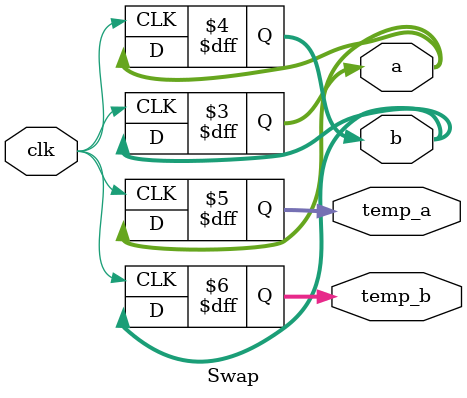
<source format=v>
module Swap(input clk, output reg [7:0] a, output reg [7:0] b, temp_a, temp_b);

initial begin
  a = 8'd10;
  b = 8'd20;
end

/* always @(posedge clk)
  //a = b;//blockilg
  a<=b;//non blocking correct way

always @(posedge clk)
  //b = a;
  b<=a;
 */
 always @(posedge clk)//we can swap by bloking by using additinal temp 
   begin
     temp_a=a;
     temp_b=b;
     a=temp_b;  //using non blocking assignments
     b=temp_a;
   end
endmodule

</source>
